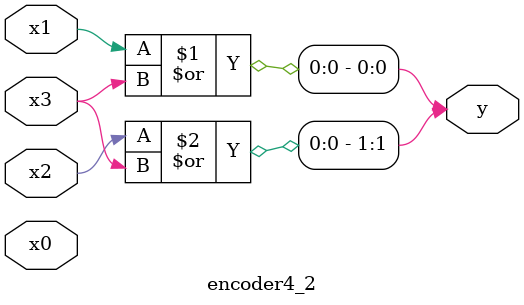
<source format=v>
`timescale 1ns / 1ps
module encoder4_2 ( x0 ,x1 ,x2 ,x3 ,y );

input x0,x1,x2,x3;
output [1:0]y ;

assign y[0] = x1 | x3;
assign y[1] = x2 | x3;

endmodule

</source>
